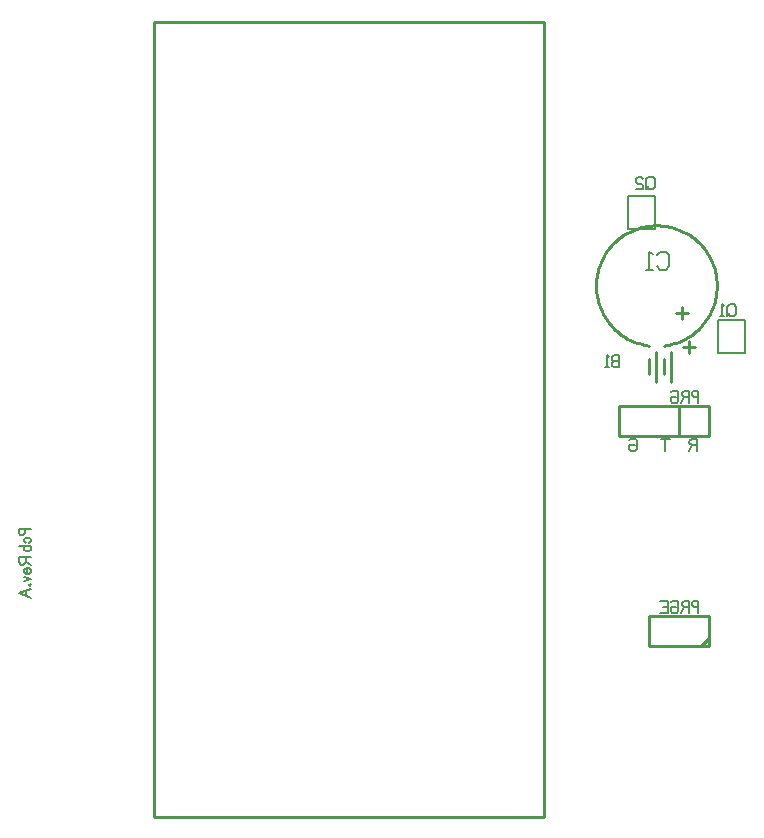
<source format=gbo>
G04 -- Generated By PCBWeb Designer*
%FSLAX24Y24*%
%MOIN*%
%OFA0B0*%
%SFA1.0B1.0*%
%AMROTRECT*21,1,$1,$2,0,0,$3*%
%AMROTOBLONG*1,1,$7,$1,$2*1,1,$7,$3,$4*21,1,$5,$6,0,0,$8*%
%ADD10C,0.025*%
%ADD11R,0.045X0.045*%
%ADD12C,0.03*%
%ADD13R,0.055X0.055*%
%ADD14C,0.045*%
%ADD15C,0.055*%
%ADD16C,0.01*%
%ADD17C,0.008*%
%ADD18C,0.024*%
%ADD19C,0.035*%
%ADD20R,0.065X0.065*%
%ADD21C,0.032*%
%ADD22C,0.065*%
%ADD23C,0.005*%
%ADD24C,0.021*%
%ADD25R,0.0591X0.0512*%
%ADD26R,0.0691X0.0612*%
%ADD27R,0.0236X0.0315*%
%ADD28R,0.0336X0.0415*%
%ADD29C,0.033*%
%ADD30C,0.033*%
%ADD31C,0.026*%
%ADD32C,0.015*%
%ADD33C,0.031*%
%ADD34C,0.0*%
%ADD35C,0.0275*%
G01*
%LNERASE*%
%LPC*%
G54D24*
X27150Y9100D02*
X27150Y9500D01*
X27000Y9500D01*
X26950Y9450D01*
X26950Y9350D01*
X27000Y9300D01*
X27150Y9300D01*
X26850Y9100D02*
X26850Y9500D01*
X26675Y9500D01*
X26600Y9425D01*
X26600Y9350D01*
X26675Y9275D01*
X26850Y9275D01*
X26675Y9275D02*
X26575Y9100D01*
X26225Y9450D02*
X26275Y9500D01*
X26425Y9500D01*
X26475Y9450D01*
X26475Y9150D01*
X26425Y9100D01*
X26275Y9100D01*
X26225Y9150D01*
X26225Y9300D01*
X26400Y9300D01*
X25875Y9500D02*
X26125Y9500D01*
X26125Y9100D01*
X25875Y9100D01*
X26125Y9300D02*
X25975Y9300D01*
X27150Y16100D02*
X27150Y16500D01*
X27000Y16500D01*
X26950Y16450D01*
X26950Y16350D01*
X27000Y16300D01*
X27150Y16300D01*
X26850Y16100D02*
X26850Y16500D01*
X26675Y16500D01*
X26600Y16425D01*
X26600Y16350D01*
X26675Y16275D01*
X26850Y16275D01*
X26675Y16275D02*
X26575Y16100D01*
X26225Y16450D02*
X26275Y16500D01*
X26425Y16500D01*
X26475Y16450D01*
X26475Y16150D01*
X26425Y16100D01*
X26275Y16100D01*
X26225Y16150D01*
X26225Y16300D01*
X26400Y16300D01*
X28338Y18975D02*
X28412Y19050D01*
X28412Y19300D01*
X28338Y19375D01*
X28188Y19375D01*
X28112Y19300D01*
X28112Y19050D01*
X28188Y18975D01*
X28338Y18975D01*
X28338Y18975D01*
X28112Y18975D02*
X28212Y19075D01*
X28012Y18975D02*
X27862Y18975D01*
X27938Y18975D02*
X27938Y19375D01*
X28012Y19325D01*
X25619Y23225D02*
X25694Y23300D01*
X25694Y23550D01*
X25619Y23625D01*
X25469Y23625D01*
X25394Y23550D01*
X25394Y23300D01*
X25469Y23225D01*
X25619Y23225D01*
X25619Y23225D01*
X25394Y23225D02*
X25494Y23325D01*
X25294Y23550D02*
X25219Y23625D01*
X25144Y23625D01*
X25069Y23550D01*
X25069Y23450D01*
X25119Y23400D01*
X25244Y23400D01*
X25294Y23350D01*
X25294Y23225D01*
X25069Y23225D01*
G54D31*
X27050Y17950D02*
X26650Y17950D01*
X26850Y17750D02*
X26850Y18150D01*
G54D24*
X24500Y17269D02*
X24500Y17669D01*
X24325Y17669D01*
X24275Y17619D01*
X24275Y17519D01*
X24325Y17469D01*
X24275Y17419D01*
X24275Y17319D01*
X24325Y17269D01*
X24500Y17269D01*
X24325Y17469D02*
X24500Y17469D01*
X24175Y17269D02*
X24025Y17269D01*
X24100Y17269D02*
X24100Y17669D01*
X24175Y17619D01*
G54D31*
X26600Y19300D02*
X26600Y18900D01*
X26800Y19100D02*
X26400Y19100D01*
G54D18*
X25769Y21012D02*
X25881Y21125D01*
X26069Y21125D01*
X26181Y21012D01*
X26181Y20638D01*
X26069Y20525D01*
X25881Y20525D01*
X25769Y20638D01*
X25619Y20525D02*
X25394Y20525D01*
X25506Y20525D02*
X25506Y21125D01*
X25619Y21050D01*
G54D24*
X26200Y14900D02*
X25900Y14900D01*
X26050Y14900D02*
X26050Y14500D01*
X27100Y14500D02*
X27100Y14900D01*
X26925Y14900D01*
X26850Y14825D01*
X26850Y14750D01*
X26925Y14675D01*
X27100Y14675D01*
X26925Y14675D02*
X26825Y14500D01*
X24850Y14850D02*
X24900Y14900D01*
X25050Y14900D01*
X25100Y14850D01*
X25100Y14550D01*
X25050Y14500D01*
X24900Y14500D01*
X24850Y14550D01*
X24850Y14700D01*
X25025Y14700D01*
X4900Y11900D02*
X4500Y11900D01*
X4500Y11750D01*
X4550Y11700D01*
X4650Y11700D01*
X4700Y11750D01*
X4700Y11900D01*
X4725Y11425D02*
X4675Y11475D01*
X4675Y11550D01*
X4725Y11600D01*
X4850Y11600D01*
X4900Y11550D01*
X4900Y11475D01*
X4850Y11425D01*
X4900Y11325D02*
X4500Y11325D01*
X4850Y11325D02*
X4900Y11275D01*
X4900Y11200D01*
X4850Y11150D01*
X4725Y11150D01*
X4675Y11200D01*
X4675Y11275D01*
X4725Y11325D01*
X4900Y10950D02*
X4500Y10950D01*
X4500Y10775D01*
X4575Y10700D01*
X4650Y10700D01*
X4725Y10775D01*
X4725Y10950D01*
X4725Y10775D02*
X4900Y10675D01*
X4850Y10400D02*
X4900Y10450D01*
X4900Y10525D01*
X4850Y10575D01*
X4725Y10575D01*
X4675Y10525D01*
X4675Y10450D01*
X4725Y10400D01*
X4775Y10400D01*
X4775Y10575D01*
X4675Y10300D02*
X4900Y10225D01*
X4675Y10150D01*
X4875Y10050D02*
X4900Y10025D01*
X4875Y10000D01*
X4850Y10025D01*
X4875Y10050D01*
X4750Y9842D02*
X4750Y9658D01*
X4900Y9900D02*
X4500Y9750D01*
X4900Y9600D01*
%LNSTD*%
%LPD*%
G54D16*
X27500Y9000D02*
X27500Y8000D01*
X25500Y8000D01*
X25500Y9000D01*
X27500Y9000D01*
G54D23*
X27150Y9100D02*
X27150Y9500D01*
X27000Y9500D01*
X26950Y9450D01*
X26950Y9350D01*
X27000Y9300D01*
X27150Y9300D01*
X26850Y9100D02*
X26850Y9500D01*
X26675Y9500D01*
X26600Y9425D01*
X26600Y9350D01*
X26675Y9275D01*
X26850Y9275D01*
X26675Y9275D02*
X26575Y9100D01*
X26225Y9450D02*
X26275Y9500D01*
X26425Y9500D01*
X26475Y9450D01*
X26475Y9150D01*
X26425Y9100D01*
X26275Y9100D01*
X26225Y9150D01*
X26225Y9300D01*
X26400Y9300D01*
X25875Y9500D02*
X26125Y9500D01*
X26125Y9100D01*
X25875Y9100D01*
X26125Y9300D02*
X25975Y9300D01*
G54D16*
X27500Y8250D02*
X27250Y8000D01*
X27500Y16000D02*
X27500Y15000D01*
X24500Y15000D01*
X24500Y16000D01*
X27500Y16000D01*
G54D23*
X27150Y16100D02*
X27150Y16500D01*
X27000Y16500D01*
X26950Y16450D01*
X26950Y16350D01*
X27000Y16300D01*
X27150Y16300D01*
X26850Y16100D02*
X26850Y16500D01*
X26675Y16500D01*
X26600Y16425D01*
X26600Y16350D01*
X26675Y16275D01*
X26850Y16275D01*
X26675Y16275D02*
X26575Y16100D01*
X26225Y16450D02*
X26275Y16500D01*
X26425Y16500D01*
X26475Y16450D01*
X26475Y16150D01*
X26425Y16100D01*
X26275Y16100D01*
X26225Y16150D01*
X26225Y16300D01*
X26400Y16300D01*
G54D16*
X26500Y16000D02*
X26500Y15000D01*
G54D23*
X28000Y17750D02*
X28000Y17750D01*
X28700Y17750D01*
X28700Y18850D01*
X27800Y18850D01*
X27800Y17750D01*
X28000Y17750D01*
X28338Y18975D02*
X28412Y19050D01*
X28412Y19300D01*
X28338Y19375D01*
X28188Y19375D01*
X28112Y19300D01*
X28112Y19050D01*
X28188Y18975D01*
X28338Y18975D01*
X28338Y18975D01*
X28112Y18975D02*
X28212Y19075D01*
X28012Y18975D02*
X27862Y18975D01*
X27938Y18975D02*
X27938Y19375D01*
X28012Y19325D01*
X25500Y23000D02*
X25500Y23000D01*
X24800Y23000D01*
X24800Y21900D01*
X25700Y21900D01*
X25700Y23000D01*
X25500Y23000D01*
X25619Y23225D02*
X25694Y23300D01*
X25694Y23550D01*
X25619Y23625D01*
X25469Y23625D01*
X25394Y23550D01*
X25394Y23300D01*
X25469Y23225D01*
X25619Y23225D01*
X25619Y23225D01*
X25394Y23225D02*
X25494Y23325D01*
X25294Y23550D02*
X25219Y23625D01*
X25144Y23625D01*
X25069Y23550D01*
X25069Y23450D01*
X25119Y23400D01*
X25244Y23400D01*
X25294Y23350D01*
X25294Y23225D01*
X25069Y23225D01*
G54D16*
X27050Y17950D02*
X26650Y17950D01*
X26850Y17750D02*
X26850Y18150D01*
X26250Y16800D02*
X26250Y17800D01*
X26000Y17050D02*
X26000Y17550D01*
X25750Y16800D02*
X25750Y17800D01*
X25500Y17050D02*
X25500Y17550D01*
G54D23*
X24500Y17269D02*
X24500Y17669D01*
X24325Y17669D01*
X24275Y17619D01*
X24275Y17519D01*
X24325Y17469D01*
X24275Y17419D01*
X24275Y17319D01*
X24325Y17269D01*
X24500Y17269D01*
X24325Y17469D02*
X24500Y17469D01*
X24175Y17269D02*
X24025Y17269D01*
X24100Y17269D02*
X24100Y17669D01*
X24175Y17619D01*
G54D16*
X9000Y2300D02*
X9000Y28800D01*
X22000Y28800D01*
X22000Y2300D01*
X9000Y2300D01*
X26000Y18000D02*
X26083Y18012D01*
X26166Y18028D01*
X26248Y18047D01*
X26330Y18070D01*
X26410Y18096D01*
X26489Y18125D01*
X26566Y18158D01*
X26643Y18193D01*
X26717Y18232D01*
X26791Y18274D01*
X26862Y18320D01*
X26931Y18368D01*
X26998Y18418D01*
X27063Y18472D01*
X27126Y18528D01*
X27186Y18587D01*
X27244Y18649D01*
X27299Y18713D01*
X27351Y18779D01*
X27401Y18847D01*
X27448Y18917D01*
X27491Y18989D01*
X27532Y19063D01*
X27570Y19138D01*
X27604Y19215D01*
X27635Y19294D01*
X27663Y19373D01*
X27687Y19454D01*
X27708Y19535D01*
X27726Y19618D01*
X27740Y19701D01*
X27751Y19785D01*
X27758Y19869D01*
X27761Y19953D01*
X27761Y20037D01*
X27758Y20121D01*
X27751Y20205D01*
X27740Y20289D01*
X27726Y20372D01*
X27709Y20455D01*
X27688Y20536D01*
X27664Y20617D01*
X27636Y20697D01*
X27605Y20775D01*
X27571Y20852D01*
X27533Y20927D01*
X27493Y21001D01*
X27449Y21073D01*
X27402Y21144D01*
X27353Y21212D01*
X27300Y21278D01*
X27245Y21342D01*
X27188Y21403D01*
X27127Y21462D01*
X27065Y21519D01*
X27000Y21572D01*
X26933Y21623D01*
X26864Y21671D01*
X26792Y21717D01*
X26719Y21759D01*
X26645Y21798D01*
X26569Y21834D01*
X26491Y21866D01*
X26412Y21896D01*
X26332Y21922D01*
X26250Y21945D01*
X26168Y21964D01*
X26086Y21980D01*
X26002Y21992D01*
X25918Y22001D01*
X25834Y22006D01*
X25750Y22008D01*
X25666Y22006D01*
X25582Y22001D01*
X25498Y21992D01*
X25414Y21980D01*
X25332Y21964D01*
X25250Y21945D01*
X25168Y21922D01*
X25088Y21896D01*
X25009Y21866D01*
X24931Y21834D01*
X24855Y21798D01*
X24781Y21759D01*
X24708Y21717D01*
X24636Y21671D01*
X24567Y21623D01*
X24500Y21572D01*
X24435Y21519D01*
X24373Y21462D01*
X24312Y21403D01*
X24255Y21342D01*
X24200Y21278D01*
X24147Y21212D01*
X24098Y21144D01*
X24051Y21073D01*
X24007Y21001D01*
X23967Y20927D01*
X23929Y20852D01*
X23895Y20775D01*
X23864Y20697D01*
X23836Y20617D01*
X23812Y20536D01*
X23791Y20455D01*
X23774Y20372D01*
X23760Y20289D01*
X23749Y20205D01*
X23742Y20121D01*
X23739Y20037D01*
X23739Y19953D01*
X23742Y19869D01*
X23749Y19785D01*
X23760Y19701D01*
X23774Y19618D01*
X23792Y19535D01*
X23813Y19454D01*
X23837Y19373D01*
X23865Y19294D01*
X23896Y19215D01*
X23930Y19138D01*
X23968Y19063D01*
X24009Y18989D01*
X24052Y18917D01*
X24099Y18847D01*
X24149Y18779D01*
X24201Y18713D01*
X24256Y18649D01*
X24314Y18587D01*
X24374Y18528D01*
X24437Y18472D01*
X24502Y18418D01*
X24569Y18368D01*
X24638Y18320D01*
X24709Y18274D01*
X24783Y18232D01*
X24857Y18193D01*
X24934Y18158D01*
X25011Y18125D01*
X25090Y18096D01*
X25170Y18070D01*
X25252Y18047D01*
X25334Y18028D01*
X25417Y18012D01*
X25500Y18000D01*
X25500Y18000D01*
X26600Y19300D02*
X26600Y18900D01*
X26800Y19100D02*
X26400Y19100D01*
G54D17*
X25769Y21012D02*
X25881Y21125D01*
X26069Y21125D01*
X26181Y21012D01*
X26181Y20638D01*
X26069Y20525D01*
X25881Y20525D01*
X25769Y20638D01*
X25619Y20525D02*
X25394Y20525D01*
X25506Y20525D02*
X25506Y21125D01*
X25619Y21050D01*
G54D23*
X26200Y14900D02*
X25900Y14900D01*
X26050Y14900D02*
X26050Y14500D01*
X27100Y14500D02*
X27100Y14900D01*
X26925Y14900D01*
X26850Y14825D01*
X26850Y14750D01*
X26925Y14675D01*
X27100Y14675D01*
X26925Y14675D02*
X26825Y14500D01*
X24850Y14850D02*
X24900Y14900D01*
X25050Y14900D01*
X25100Y14850D01*
X25100Y14550D01*
X25050Y14500D01*
X24900Y14500D01*
X24850Y14550D01*
X24850Y14700D01*
X25025Y14700D01*
X4900Y11900D02*
X4500Y11900D01*
X4500Y11750D01*
X4550Y11700D01*
X4650Y11700D01*
X4700Y11750D01*
X4700Y11900D01*
X4725Y11425D02*
X4675Y11475D01*
X4675Y11550D01*
X4725Y11600D01*
X4850Y11600D01*
X4900Y11550D01*
X4900Y11475D01*
X4850Y11425D01*
X4900Y11325D02*
X4500Y11325D01*
X4850Y11325D02*
X4900Y11275D01*
X4900Y11200D01*
X4850Y11150D01*
X4725Y11150D01*
X4675Y11200D01*
X4675Y11275D01*
X4725Y11325D01*
X4900Y10950D02*
X4500Y10950D01*
X4500Y10775D01*
X4575Y10700D01*
X4650Y10700D01*
X4725Y10775D01*
X4725Y10950D01*
X4725Y10775D02*
X4900Y10675D01*
X4850Y10400D02*
X4900Y10450D01*
X4900Y10525D01*
X4850Y10575D01*
X4725Y10575D01*
X4675Y10525D01*
X4675Y10450D01*
X4725Y10400D01*
X4775Y10400D01*
X4775Y10575D01*
X4675Y10300D02*
X4900Y10225D01*
X4675Y10150D01*
X4875Y10050D02*
X4900Y10025D01*
X4875Y10000D01*
X4850Y10025D01*
X4875Y10050D01*
X4750Y9842D02*
X4750Y9658D01*
X4900Y9900D02*
X4500Y9750D01*
X4900Y9600D01*
M02*

</source>
